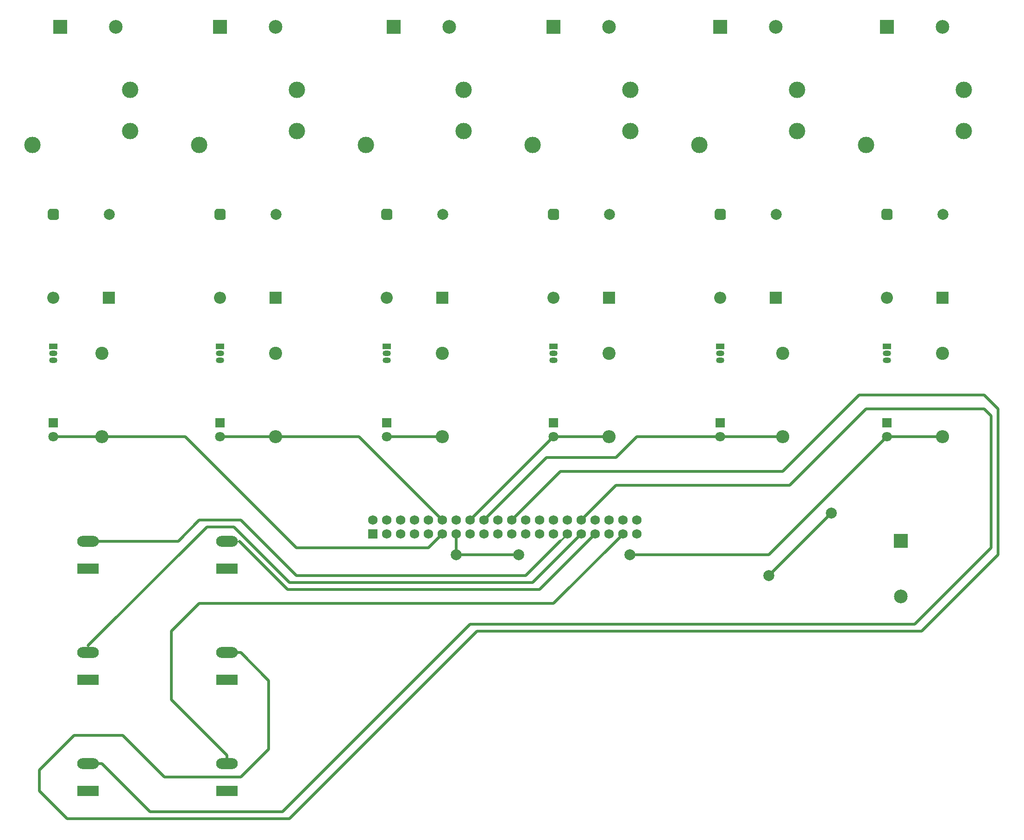
<source format=gbr>
G04 #@! TF.GenerationSoftware,KiCad,Pcbnew,5.1.5+dfsg1-2build2*
G04 #@! TF.CreationDate,2022-02-25T13:27:02+02:00*
G04 #@! TF.ProjectId,relayctl-hat,72656c61-7963-4746-9c2d-6861742e6b69,rev?*
G04 #@! TF.SameCoordinates,Original*
G04 #@! TF.FileFunction,Copper,L1,Top*
G04 #@! TF.FilePolarity,Positive*
%FSLAX46Y46*%
G04 Gerber Fmt 4.6, Leading zero omitted, Abs format (unit mm)*
G04 Created by KiCad (PCBNEW 5.1.5+dfsg1-2build2) date 2022-02-25 13:27:02*
%MOMM*%
%LPD*%
G04 APERTURE LIST*
%ADD10C,1.750000*%
%ADD11R,1.750000X1.750000*%
%ADD12O,2.400000X2.400000*%
%ADD13C,2.400000*%
%ADD14C,2.500000*%
%ADD15R,2.500000X2.500000*%
%ADD16R,1.500000X1.050000*%
%ADD17O,1.500000X1.050000*%
%ADD18C,0.100000*%
%ADD19C,3.000000*%
%ADD20C,2.000000*%
%ADD21O,3.960000X1.980000*%
%ADD22R,3.960000X1.980000*%
%ADD23C,1.800000*%
%ADD24R,1.800000X1.800000*%
%ADD25O,2.200000X2.200000*%
%ADD26R,2.200000X2.200000*%
%ADD27C,0.500000*%
%ADD28C,0.250000*%
G04 APERTURE END LIST*
D10*
X137160000Y-132080000D03*
X137160000Y-129540000D03*
X134620000Y-132080000D03*
X134620000Y-129540000D03*
X132080000Y-132080000D03*
X132080000Y-129540000D03*
X129540000Y-132080000D03*
X129540000Y-129540000D03*
X127000000Y-132080000D03*
X127000000Y-129540000D03*
X119380000Y-129540000D03*
X119380000Y-132080000D03*
X114300000Y-129540000D03*
X114300000Y-132080000D03*
X111760000Y-129540000D03*
X111760000Y-132080000D03*
X109220000Y-129540000D03*
X109220000Y-132080000D03*
X106680000Y-129540000D03*
X106680000Y-132080000D03*
X104140000Y-129540000D03*
X104140000Y-132080000D03*
X101600000Y-129540000D03*
X101600000Y-132080000D03*
X99060000Y-129540000D03*
X99060000Y-132080000D03*
X96520000Y-129540000D03*
X96520000Y-132080000D03*
X93980000Y-129540000D03*
X93980000Y-132080000D03*
X91440000Y-129540000D03*
X91440000Y-132080000D03*
X88900000Y-129540000D03*
D11*
X88900000Y-132080000D03*
D10*
X116840000Y-132080000D03*
X116840000Y-129540000D03*
X124460000Y-129540000D03*
X124460000Y-132080000D03*
X121920000Y-129540000D03*
X121920000Y-132080000D03*
D12*
X101600000Y-114300000D03*
D13*
X101600000Y-99060000D03*
D14*
X193040000Y-39370000D03*
D15*
X182880000Y-39370000D03*
D14*
X162560000Y-39370000D03*
D15*
X152400000Y-39370000D03*
D14*
X132080000Y-39370000D03*
D15*
X121920000Y-39370000D03*
D14*
X102870000Y-39370000D03*
D15*
X92710000Y-39370000D03*
D14*
X71120000Y-39370000D03*
D15*
X60960000Y-39370000D03*
D14*
X41910000Y-39370000D03*
D15*
X31750000Y-39370000D03*
D12*
X193040000Y-114300000D03*
D13*
X193040000Y-99060000D03*
D12*
X163830000Y-114300000D03*
D13*
X163830000Y-99060000D03*
D12*
X132080000Y-114300000D03*
D13*
X132080000Y-99060000D03*
D12*
X71120000Y-114300000D03*
D13*
X71120000Y-99060000D03*
D12*
X39370000Y-114300000D03*
D13*
X39370000Y-99060000D03*
D16*
X182880000Y-97790000D03*
D17*
X182880000Y-100330000D03*
X182880000Y-99060000D03*
D16*
X152400000Y-97790000D03*
D17*
X152400000Y-100330000D03*
X152400000Y-99060000D03*
D16*
X121920000Y-97790000D03*
D17*
X121920000Y-100330000D03*
X121920000Y-99060000D03*
D16*
X91440000Y-97790000D03*
D17*
X91440000Y-100330000D03*
X91440000Y-99060000D03*
D16*
X60960000Y-97790000D03*
D17*
X60960000Y-100330000D03*
X60960000Y-99060000D03*
D16*
X30480000Y-97790000D03*
D17*
X30480000Y-100330000D03*
X30480000Y-99060000D03*
G04 #@! TA.AperFunction,ComponentPad*
D18*
G36*
X183409009Y-72662408D02*
G01*
X183457545Y-72669607D01*
X183505142Y-72681530D01*
X183551342Y-72698060D01*
X183595698Y-72719039D01*
X183637785Y-72744265D01*
X183677197Y-72773495D01*
X183713553Y-72806447D01*
X183746505Y-72842803D01*
X183775735Y-72882215D01*
X183800961Y-72924302D01*
X183821940Y-72968658D01*
X183838470Y-73014858D01*
X183850393Y-73062455D01*
X183857592Y-73110991D01*
X183860000Y-73160000D01*
X183860000Y-74160000D01*
X183857592Y-74209009D01*
X183850393Y-74257545D01*
X183838470Y-74305142D01*
X183821940Y-74351342D01*
X183800961Y-74395698D01*
X183775735Y-74437785D01*
X183746505Y-74477197D01*
X183713553Y-74513553D01*
X183677197Y-74546505D01*
X183637785Y-74575735D01*
X183595698Y-74600961D01*
X183551342Y-74621940D01*
X183505142Y-74638470D01*
X183457545Y-74650393D01*
X183409009Y-74657592D01*
X183360000Y-74660000D01*
X182360000Y-74660000D01*
X182310991Y-74657592D01*
X182262455Y-74650393D01*
X182214858Y-74638470D01*
X182168658Y-74621940D01*
X182124302Y-74600961D01*
X182082215Y-74575735D01*
X182042803Y-74546505D01*
X182006447Y-74513553D01*
X181973495Y-74477197D01*
X181944265Y-74437785D01*
X181919039Y-74395698D01*
X181898060Y-74351342D01*
X181881530Y-74305142D01*
X181869607Y-74257545D01*
X181862408Y-74209009D01*
X181860000Y-74160000D01*
X181860000Y-73160000D01*
X181862408Y-73110991D01*
X181869607Y-73062455D01*
X181881530Y-73014858D01*
X181898060Y-72968658D01*
X181919039Y-72924302D01*
X181944265Y-72882215D01*
X181973495Y-72842803D01*
X182006447Y-72806447D01*
X182042803Y-72773495D01*
X182082215Y-72744265D01*
X182124302Y-72719039D01*
X182168658Y-72698060D01*
X182214858Y-72681530D01*
X182262455Y-72669607D01*
X182310991Y-72662408D01*
X182360000Y-72660000D01*
X183360000Y-72660000D01*
X183409009Y-72662408D01*
G37*
G04 #@! TD.AperFunction*
D19*
X179060000Y-61000000D03*
X196860000Y-50860000D03*
X196860000Y-58460000D03*
D20*
X193060000Y-73660000D03*
G04 #@! TA.AperFunction,ComponentPad*
D18*
G36*
X152929009Y-72662408D02*
G01*
X152977545Y-72669607D01*
X153025142Y-72681530D01*
X153071342Y-72698060D01*
X153115698Y-72719039D01*
X153157785Y-72744265D01*
X153197197Y-72773495D01*
X153233553Y-72806447D01*
X153266505Y-72842803D01*
X153295735Y-72882215D01*
X153320961Y-72924302D01*
X153341940Y-72968658D01*
X153358470Y-73014858D01*
X153370393Y-73062455D01*
X153377592Y-73110991D01*
X153380000Y-73160000D01*
X153380000Y-74160000D01*
X153377592Y-74209009D01*
X153370393Y-74257545D01*
X153358470Y-74305142D01*
X153341940Y-74351342D01*
X153320961Y-74395698D01*
X153295735Y-74437785D01*
X153266505Y-74477197D01*
X153233553Y-74513553D01*
X153197197Y-74546505D01*
X153157785Y-74575735D01*
X153115698Y-74600961D01*
X153071342Y-74621940D01*
X153025142Y-74638470D01*
X152977545Y-74650393D01*
X152929009Y-74657592D01*
X152880000Y-74660000D01*
X151880000Y-74660000D01*
X151830991Y-74657592D01*
X151782455Y-74650393D01*
X151734858Y-74638470D01*
X151688658Y-74621940D01*
X151644302Y-74600961D01*
X151602215Y-74575735D01*
X151562803Y-74546505D01*
X151526447Y-74513553D01*
X151493495Y-74477197D01*
X151464265Y-74437785D01*
X151439039Y-74395698D01*
X151418060Y-74351342D01*
X151401530Y-74305142D01*
X151389607Y-74257545D01*
X151382408Y-74209009D01*
X151380000Y-74160000D01*
X151380000Y-73160000D01*
X151382408Y-73110991D01*
X151389607Y-73062455D01*
X151401530Y-73014858D01*
X151418060Y-72968658D01*
X151439039Y-72924302D01*
X151464265Y-72882215D01*
X151493495Y-72842803D01*
X151526447Y-72806447D01*
X151562803Y-72773495D01*
X151602215Y-72744265D01*
X151644302Y-72719039D01*
X151688658Y-72698060D01*
X151734858Y-72681530D01*
X151782455Y-72669607D01*
X151830991Y-72662408D01*
X151880000Y-72660000D01*
X152880000Y-72660000D01*
X152929009Y-72662408D01*
G37*
G04 #@! TD.AperFunction*
D19*
X148580000Y-61000000D03*
X166380000Y-50860000D03*
X166380000Y-58460000D03*
D20*
X162580000Y-73660000D03*
G04 #@! TA.AperFunction,ComponentPad*
D18*
G36*
X122449009Y-72662408D02*
G01*
X122497545Y-72669607D01*
X122545142Y-72681530D01*
X122591342Y-72698060D01*
X122635698Y-72719039D01*
X122677785Y-72744265D01*
X122717197Y-72773495D01*
X122753553Y-72806447D01*
X122786505Y-72842803D01*
X122815735Y-72882215D01*
X122840961Y-72924302D01*
X122861940Y-72968658D01*
X122878470Y-73014858D01*
X122890393Y-73062455D01*
X122897592Y-73110991D01*
X122900000Y-73160000D01*
X122900000Y-74160000D01*
X122897592Y-74209009D01*
X122890393Y-74257545D01*
X122878470Y-74305142D01*
X122861940Y-74351342D01*
X122840961Y-74395698D01*
X122815735Y-74437785D01*
X122786505Y-74477197D01*
X122753553Y-74513553D01*
X122717197Y-74546505D01*
X122677785Y-74575735D01*
X122635698Y-74600961D01*
X122591342Y-74621940D01*
X122545142Y-74638470D01*
X122497545Y-74650393D01*
X122449009Y-74657592D01*
X122400000Y-74660000D01*
X121400000Y-74660000D01*
X121350991Y-74657592D01*
X121302455Y-74650393D01*
X121254858Y-74638470D01*
X121208658Y-74621940D01*
X121164302Y-74600961D01*
X121122215Y-74575735D01*
X121082803Y-74546505D01*
X121046447Y-74513553D01*
X121013495Y-74477197D01*
X120984265Y-74437785D01*
X120959039Y-74395698D01*
X120938060Y-74351342D01*
X120921530Y-74305142D01*
X120909607Y-74257545D01*
X120902408Y-74209009D01*
X120900000Y-74160000D01*
X120900000Y-73160000D01*
X120902408Y-73110991D01*
X120909607Y-73062455D01*
X120921530Y-73014858D01*
X120938060Y-72968658D01*
X120959039Y-72924302D01*
X120984265Y-72882215D01*
X121013495Y-72842803D01*
X121046447Y-72806447D01*
X121082803Y-72773495D01*
X121122215Y-72744265D01*
X121164302Y-72719039D01*
X121208658Y-72698060D01*
X121254858Y-72681530D01*
X121302455Y-72669607D01*
X121350991Y-72662408D01*
X121400000Y-72660000D01*
X122400000Y-72660000D01*
X122449009Y-72662408D01*
G37*
G04 #@! TD.AperFunction*
D19*
X118100000Y-61000000D03*
X135900000Y-50860000D03*
X135900000Y-58460000D03*
D20*
X132100000Y-73660000D03*
G04 #@! TA.AperFunction,ComponentPad*
D18*
G36*
X91969009Y-72662408D02*
G01*
X92017545Y-72669607D01*
X92065142Y-72681530D01*
X92111342Y-72698060D01*
X92155698Y-72719039D01*
X92197785Y-72744265D01*
X92237197Y-72773495D01*
X92273553Y-72806447D01*
X92306505Y-72842803D01*
X92335735Y-72882215D01*
X92360961Y-72924302D01*
X92381940Y-72968658D01*
X92398470Y-73014858D01*
X92410393Y-73062455D01*
X92417592Y-73110991D01*
X92420000Y-73160000D01*
X92420000Y-74160000D01*
X92417592Y-74209009D01*
X92410393Y-74257545D01*
X92398470Y-74305142D01*
X92381940Y-74351342D01*
X92360961Y-74395698D01*
X92335735Y-74437785D01*
X92306505Y-74477197D01*
X92273553Y-74513553D01*
X92237197Y-74546505D01*
X92197785Y-74575735D01*
X92155698Y-74600961D01*
X92111342Y-74621940D01*
X92065142Y-74638470D01*
X92017545Y-74650393D01*
X91969009Y-74657592D01*
X91920000Y-74660000D01*
X90920000Y-74660000D01*
X90870991Y-74657592D01*
X90822455Y-74650393D01*
X90774858Y-74638470D01*
X90728658Y-74621940D01*
X90684302Y-74600961D01*
X90642215Y-74575735D01*
X90602803Y-74546505D01*
X90566447Y-74513553D01*
X90533495Y-74477197D01*
X90504265Y-74437785D01*
X90479039Y-74395698D01*
X90458060Y-74351342D01*
X90441530Y-74305142D01*
X90429607Y-74257545D01*
X90422408Y-74209009D01*
X90420000Y-74160000D01*
X90420000Y-73160000D01*
X90422408Y-73110991D01*
X90429607Y-73062455D01*
X90441530Y-73014858D01*
X90458060Y-72968658D01*
X90479039Y-72924302D01*
X90504265Y-72882215D01*
X90533495Y-72842803D01*
X90566447Y-72806447D01*
X90602803Y-72773495D01*
X90642215Y-72744265D01*
X90684302Y-72719039D01*
X90728658Y-72698060D01*
X90774858Y-72681530D01*
X90822455Y-72669607D01*
X90870991Y-72662408D01*
X90920000Y-72660000D01*
X91920000Y-72660000D01*
X91969009Y-72662408D01*
G37*
G04 #@! TD.AperFunction*
D19*
X87620000Y-61000000D03*
X105420000Y-50860000D03*
X105420000Y-58460000D03*
D20*
X101620000Y-73660000D03*
G04 #@! TA.AperFunction,ComponentPad*
D18*
G36*
X61489009Y-72662408D02*
G01*
X61537545Y-72669607D01*
X61585142Y-72681530D01*
X61631342Y-72698060D01*
X61675698Y-72719039D01*
X61717785Y-72744265D01*
X61757197Y-72773495D01*
X61793553Y-72806447D01*
X61826505Y-72842803D01*
X61855735Y-72882215D01*
X61880961Y-72924302D01*
X61901940Y-72968658D01*
X61918470Y-73014858D01*
X61930393Y-73062455D01*
X61937592Y-73110991D01*
X61940000Y-73160000D01*
X61940000Y-74160000D01*
X61937592Y-74209009D01*
X61930393Y-74257545D01*
X61918470Y-74305142D01*
X61901940Y-74351342D01*
X61880961Y-74395698D01*
X61855735Y-74437785D01*
X61826505Y-74477197D01*
X61793553Y-74513553D01*
X61757197Y-74546505D01*
X61717785Y-74575735D01*
X61675698Y-74600961D01*
X61631342Y-74621940D01*
X61585142Y-74638470D01*
X61537545Y-74650393D01*
X61489009Y-74657592D01*
X61440000Y-74660000D01*
X60440000Y-74660000D01*
X60390991Y-74657592D01*
X60342455Y-74650393D01*
X60294858Y-74638470D01*
X60248658Y-74621940D01*
X60204302Y-74600961D01*
X60162215Y-74575735D01*
X60122803Y-74546505D01*
X60086447Y-74513553D01*
X60053495Y-74477197D01*
X60024265Y-74437785D01*
X59999039Y-74395698D01*
X59978060Y-74351342D01*
X59961530Y-74305142D01*
X59949607Y-74257545D01*
X59942408Y-74209009D01*
X59940000Y-74160000D01*
X59940000Y-73160000D01*
X59942408Y-73110991D01*
X59949607Y-73062455D01*
X59961530Y-73014858D01*
X59978060Y-72968658D01*
X59999039Y-72924302D01*
X60024265Y-72882215D01*
X60053495Y-72842803D01*
X60086447Y-72806447D01*
X60122803Y-72773495D01*
X60162215Y-72744265D01*
X60204302Y-72719039D01*
X60248658Y-72698060D01*
X60294858Y-72681530D01*
X60342455Y-72669607D01*
X60390991Y-72662408D01*
X60440000Y-72660000D01*
X61440000Y-72660000D01*
X61489009Y-72662408D01*
G37*
G04 #@! TD.AperFunction*
D19*
X57140000Y-61000000D03*
X74940000Y-50860000D03*
X74940000Y-58460000D03*
D20*
X71140000Y-73660000D03*
G04 #@! TA.AperFunction,ComponentPad*
D18*
G36*
X31009009Y-72662408D02*
G01*
X31057545Y-72669607D01*
X31105142Y-72681530D01*
X31151342Y-72698060D01*
X31195698Y-72719039D01*
X31237785Y-72744265D01*
X31277197Y-72773495D01*
X31313553Y-72806447D01*
X31346505Y-72842803D01*
X31375735Y-72882215D01*
X31400961Y-72924302D01*
X31421940Y-72968658D01*
X31438470Y-73014858D01*
X31450393Y-73062455D01*
X31457592Y-73110991D01*
X31460000Y-73160000D01*
X31460000Y-74160000D01*
X31457592Y-74209009D01*
X31450393Y-74257545D01*
X31438470Y-74305142D01*
X31421940Y-74351342D01*
X31400961Y-74395698D01*
X31375735Y-74437785D01*
X31346505Y-74477197D01*
X31313553Y-74513553D01*
X31277197Y-74546505D01*
X31237785Y-74575735D01*
X31195698Y-74600961D01*
X31151342Y-74621940D01*
X31105142Y-74638470D01*
X31057545Y-74650393D01*
X31009009Y-74657592D01*
X30960000Y-74660000D01*
X29960000Y-74660000D01*
X29910991Y-74657592D01*
X29862455Y-74650393D01*
X29814858Y-74638470D01*
X29768658Y-74621940D01*
X29724302Y-74600961D01*
X29682215Y-74575735D01*
X29642803Y-74546505D01*
X29606447Y-74513553D01*
X29573495Y-74477197D01*
X29544265Y-74437785D01*
X29519039Y-74395698D01*
X29498060Y-74351342D01*
X29481530Y-74305142D01*
X29469607Y-74257545D01*
X29462408Y-74209009D01*
X29460000Y-74160000D01*
X29460000Y-73160000D01*
X29462408Y-73110991D01*
X29469607Y-73062455D01*
X29481530Y-73014858D01*
X29498060Y-72968658D01*
X29519039Y-72924302D01*
X29544265Y-72882215D01*
X29573495Y-72842803D01*
X29606447Y-72806447D01*
X29642803Y-72773495D01*
X29682215Y-72744265D01*
X29724302Y-72719039D01*
X29768658Y-72698060D01*
X29814858Y-72681530D01*
X29862455Y-72669607D01*
X29910991Y-72662408D01*
X29960000Y-72660000D01*
X30960000Y-72660000D01*
X31009009Y-72662408D01*
G37*
G04 #@! TD.AperFunction*
D19*
X26660000Y-61000000D03*
X44460000Y-50860000D03*
X44460000Y-58460000D03*
D20*
X40660000Y-73660000D03*
D14*
X185420000Y-143510000D03*
D15*
X185420000Y-133350000D03*
D21*
X62230000Y-174070000D03*
D22*
X62230000Y-179070000D03*
D21*
X62230000Y-153750000D03*
D22*
X62230000Y-158750000D03*
D21*
X62230000Y-133430000D03*
D22*
X62230000Y-138430000D03*
D21*
X36830000Y-174070000D03*
D22*
X36830000Y-179070000D03*
D21*
X36830000Y-153750000D03*
D22*
X36830000Y-158750000D03*
D21*
X36830000Y-133430000D03*
D22*
X36830000Y-138430000D03*
D23*
X182880000Y-114300000D03*
D24*
X182880000Y-111760000D03*
D23*
X152400000Y-114300000D03*
D24*
X152400000Y-111760000D03*
D23*
X121920000Y-114300000D03*
D24*
X121920000Y-111760000D03*
D23*
X91440000Y-114300000D03*
D24*
X91440000Y-111760000D03*
D23*
X60960000Y-114300000D03*
D24*
X60960000Y-111760000D03*
D23*
X30480000Y-114300000D03*
D24*
X30480000Y-111760000D03*
D25*
X182880000Y-88900000D03*
D26*
X193040000Y-88900000D03*
D25*
X152400000Y-88900000D03*
D26*
X162560000Y-88900000D03*
D25*
X121920000Y-88900000D03*
D26*
X132080000Y-88900000D03*
D25*
X91440000Y-88900000D03*
D26*
X101600000Y-88900000D03*
D25*
X60960000Y-88900000D03*
D26*
X71120000Y-88900000D03*
D25*
X30480000Y-88900000D03*
D26*
X40640000Y-88900000D03*
D20*
X172720000Y-128270000D03*
X161290000Y-139700000D03*
X115570000Y-135890000D03*
X135890000Y-135890000D03*
X104140000Y-135890000D03*
D27*
X30480000Y-114300000D02*
X39370000Y-114300000D01*
X39370000Y-114300000D02*
X54610000Y-114300000D01*
X54610000Y-114300000D02*
X74930000Y-134620000D01*
X99060000Y-134620000D02*
X101600000Y-132080000D01*
X74930000Y-134620000D02*
X99060000Y-134620000D01*
X60960000Y-114300000D02*
X71120000Y-114300000D01*
X86360000Y-114300000D02*
X101600000Y-129540000D01*
X71120000Y-114300000D02*
X86360000Y-114300000D01*
X91440000Y-114300000D02*
X101600000Y-114300000D01*
X161290000Y-139700000D02*
X172720000Y-128270000D01*
X132080000Y-114300000D02*
X121920000Y-114300000D01*
X121920000Y-114300000D02*
X106680000Y-129540000D01*
X163830000Y-114300000D02*
X152400000Y-114300000D01*
X152400000Y-114300000D02*
X137160000Y-114300000D01*
X137160000Y-114300000D02*
X133350000Y-118110000D01*
X120650000Y-118110000D02*
X109220000Y-129540000D01*
X133350000Y-118110000D02*
X120650000Y-118110000D01*
X193040000Y-114300000D02*
X182880000Y-114300000D01*
X115570000Y-135890000D02*
X104140000Y-135890000D01*
X104140000Y-135890000D02*
X104140000Y-132080000D01*
X161290000Y-135890000D02*
X135890000Y-135890000D01*
X182880000Y-114300000D02*
X161290000Y-135890000D01*
D28*
X123190000Y-133350000D02*
X124460000Y-132080000D01*
D27*
X74930000Y-139700000D02*
X116840000Y-139700000D01*
X64770000Y-129540000D02*
X74930000Y-139700000D01*
X116840000Y-139700000D02*
X123190000Y-133350000D01*
X57150000Y-129540000D02*
X64770000Y-129540000D01*
X53260000Y-133430000D02*
X57150000Y-129540000D01*
X36830000Y-133430000D02*
X53260000Y-133430000D01*
X36830000Y-152510000D02*
X58530000Y-130810000D01*
D28*
X36830000Y-153750000D02*
X36830000Y-152510000D01*
D27*
X58530000Y-130810000D02*
X63500000Y-130810000D01*
X63500000Y-130810000D02*
X73660000Y-140970000D01*
X118110000Y-140970000D02*
X127000000Y-132080000D01*
X73660000Y-140970000D02*
X118110000Y-140970000D01*
D28*
X36830000Y-174070000D02*
X36830000Y-173990000D01*
D27*
X133350000Y-123190000D02*
X127000000Y-129540000D01*
X179070000Y-109220000D02*
X165100000Y-123190000D01*
X106680000Y-148590000D02*
X187960000Y-148590000D01*
X72390000Y-182880000D02*
X106680000Y-148590000D01*
X200660000Y-109220000D02*
X179070000Y-109220000D01*
X48120000Y-182880000D02*
X72390000Y-182880000D01*
X165100000Y-123190000D02*
X133350000Y-123190000D01*
X39310000Y-174070000D02*
X48120000Y-182880000D01*
X36830000Y-174070000D02*
X39310000Y-174070000D01*
X187960000Y-148590000D02*
X201930000Y-134620000D01*
X201930000Y-134620000D02*
X201930000Y-110490000D01*
X201930000Y-110490000D02*
X200660000Y-109220000D01*
X119380000Y-142240000D02*
X129540000Y-132080000D01*
X73270000Y-142240000D02*
X74930000Y-142240000D01*
X64460000Y-133430000D02*
X73270000Y-142240000D01*
X74930000Y-142240000D02*
X119380000Y-142240000D01*
D28*
X62230000Y-133430000D02*
X64460000Y-133430000D01*
D27*
X163830000Y-120650000D02*
X123190000Y-120650000D01*
X200660000Y-106680000D02*
X177800000Y-106680000D01*
X62230000Y-153750000D02*
X64710000Y-153750000D01*
X177800000Y-106680000D02*
X163830000Y-120650000D01*
X73660000Y-184150000D02*
X107950000Y-149860000D01*
X69850000Y-158890000D02*
X69850000Y-171450000D01*
X123190000Y-120650000D02*
X114300000Y-129540000D01*
X34290000Y-168910000D02*
X27940000Y-175260000D01*
X27940000Y-179070000D02*
X33020000Y-184150000D01*
X69850000Y-171450000D02*
X64770000Y-176530000D01*
X64770000Y-176530000D02*
X50800000Y-176530000D01*
X64710000Y-153750000D02*
X69850000Y-158890000D01*
X50800000Y-176530000D02*
X43180000Y-168910000D01*
X43180000Y-168910000D02*
X34290000Y-168910000D01*
X27940000Y-175260000D02*
X27940000Y-179070000D01*
X33020000Y-184150000D02*
X73660000Y-184150000D01*
X107950000Y-149860000D02*
X189230000Y-149860000D01*
X189230000Y-149860000D02*
X203200000Y-135890000D01*
X203200000Y-135890000D02*
X203200000Y-109220000D01*
X203200000Y-109220000D02*
X200660000Y-106680000D01*
D28*
X62230000Y-174070000D02*
X62230000Y-172830000D01*
D27*
X57150000Y-144780000D02*
X121920000Y-144780000D01*
X52070000Y-149860000D02*
X57150000Y-144780000D01*
X52070000Y-162420000D02*
X52070000Y-149860000D01*
X62230000Y-172580000D02*
X52070000Y-162420000D01*
X121920000Y-144780000D02*
X134125019Y-132574981D01*
X62230000Y-174070000D02*
X62230000Y-172580000D01*
M02*

</source>
